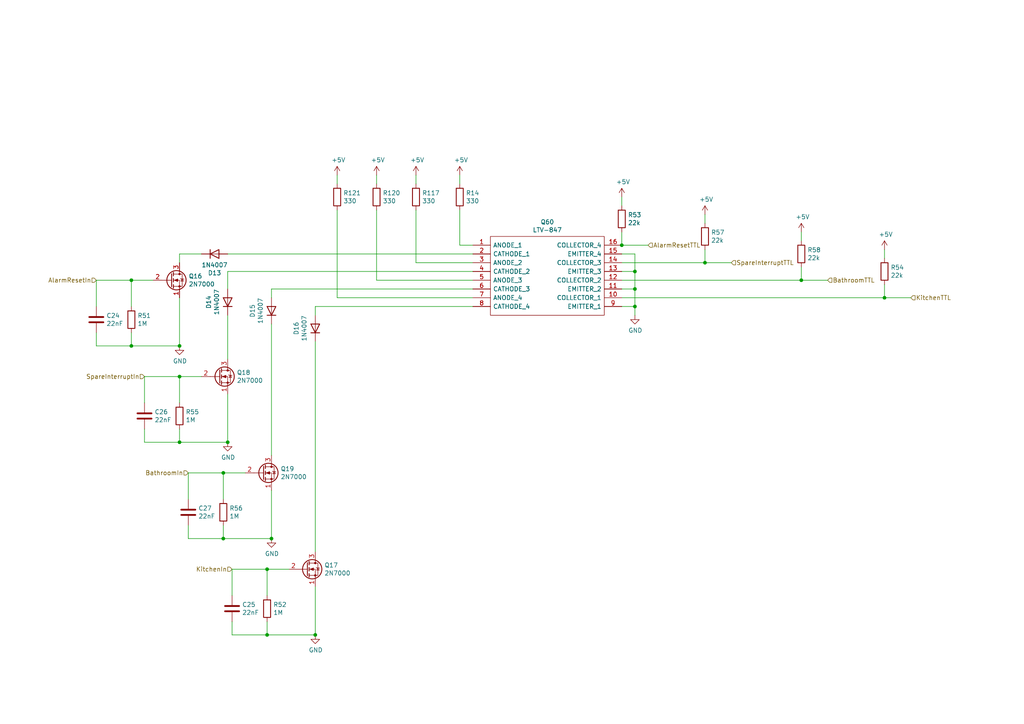
<source format=kicad_sch>
(kicad_sch (version 20231120) (generator "eeschema") (generator_version "8.0")
  (paper "A4")
  (lib_symbols
    (symbol "Device:C" (pin_numbers hide) (pin_names (offset 0.254))
      (property "Reference" "C" (at 0.635 2.54 0))
      (property "Value" "C" (at 0.635 -2.54 0))
      (symbol "C_0_1"
        (polyline (pts (xy -2.032 -0.762) (xy 2.032 -0.762)) (stroke (width 0.508)))
        (polyline (pts (xy -2.032 0.762) (xy 2.032 0.762)) (stroke (width 0.508)))
      )
      (symbol "C_1_1"
        (pin passive line (at 0 3.81 270) (length 2.794) (name "~") (number "1"))
        (pin passive line (at 0 -3.81 90) (length 2.794) (name "~") (number "2"))
      )
    )
    (symbol "Device:R" (pin_numbers hide) (pin_names (offset 0))
      (property "Reference" "R" (at 2.032 0 90))
      (property "Value" "R" (at 0 0 90))
      (symbol "R_0_1"
        (rectangle (start -1.016 -2.54) (end 1.016 2.54) (stroke (width 0.254)))
      )
      (symbol "R_1_1"
        (pin passive line (at 0 3.81 270) (length 1.27) (name "~") (number "1"))
        (pin passive line (at 0 -3.81 90) (length 1.27) (name "~") (number "2"))
      )
    )
    (symbol "Diode:1N4007" (pin_numbers hide) (pin_names (offset 1.016) hide)
      (property "Reference" "D" (at 0 2.54 0))
      (property "Value" "1N4007" (at 0 -2.54 0))
      (symbol "1N4007_0_1"
        (polyline (pts (xy -1.27 1.27) (xy -1.27 -1.27)) (stroke (width 0.254)))
        (polyline (pts (xy 1.27 0) (xy -1.27 0)))
        (polyline (pts (xy 1.27 1.27) (xy 1.27 -1.27) (xy -1.27 0) (xy 1.27 1.27)) (stroke (width 0.254)))
      )
      (symbol "1N4007_1_1"
        (pin passive line (at -3.81 0 0) (length 2.54) (name "K") (number "1"))
        (pin passive line (at 3.81 0 180) (length 2.54) (name "A") (number "2"))
      )
    )
    (symbol "SamacSys_Parts:LTV-847" (pin_names (offset 0.762))
      (property "Reference" "Q" (at 39.37 7.62 0))
      (property "Value" "SamacSys_Parts_LTV-847" (at 39.37 5.08 0))
      (symbol "LTV-847_0_0"
        (pin passive line (at 0 0 0) (length 5.08) (name "ANODE_1") (number "1"))
        (pin passive line (at 43.18 -15.24 180) (length 5.08) (name "COLLECTOR_1") (number "10"))
        (pin passive line (at 43.18 -12.7 180) (length 5.08) (name "EMITTER_2") (number "11"))
        (pin passive line (at 43.18 -10.16 180) (length 5.08) (name "COLLECTOR_2") (number "12"))
        (pin passive line (at 43.18 -7.62 180) (length 5.08) (name "EMITTER_3") (number "13"))
        (pin passive line (at 43.18 -5.08 180) (length 5.08) (name "COLLECTOR_3") (number "14"))
        (pin passive line (at 43.18 -2.54 180) (length 5.08) (name "EMITTER_4") (number "15"))
        (pin passive line (at 43.18 0 180) (length 5.08) (name "COLLECTOR_4") (number "16"))
        (pin passive line (at 0 -2.54 0) (length 5.08) (name "CATHODE_1") (number "2"))
        (pin passive line (at 0 -5.08 0) (length 5.08) (name "ANODE_2") (number "3"))
        (pin passive line (at 0 -7.62 0) (length 5.08) (name "CATHODE_2") (number "4"))
        (pin passive line (at 0 -10.16 0) (length 5.08) (name "ANODE_3") (number "5"))
        (pin passive line (at 0 -12.7 0) (length 5.08) (name "CATHODE_3") (number "6"))
        (pin passive line (at 0 -15.24 0) (length 5.08) (name "ANODE_4") (number "7"))
        (pin passive line (at 0 -17.78 0) (length 5.08) (name "CATHODE_4") (number "8"))
        (pin passive line (at 43.18 -17.78 180) (length 5.08) (name "EMITTER_1") (number "9"))
      )
      (symbol "LTV-847_0_1"
        (polyline (pts (xy 5.08 2.54) (xy 38.1 2.54) (xy 38.1 -20.32) (xy 5.08 -20.32) (xy 5.08 2.54)) (stroke (width 0.1524)))
      )
    )
    (symbol "Transistor_FET:2N7000" (pin_names hide)
      (property "Reference" "Q" (at 5.08 1.905 0))
      (property "Value" "2N7000" (at 5.08 0 0))
      (symbol "2N7000_0_1"
        (polyline (pts (xy 0.254 0) (xy -2.54 0)))
        (polyline (pts (xy 0.254 1.905) (xy 0.254 -1.905)) (stroke (width 0.254)))
        (polyline (pts (xy 0.762 -1.27) (xy 0.762 -2.286)) (stroke (width 0.254)))
        (polyline (pts (xy 0.762 0.508) (xy 0.762 -0.508)) (stroke (width 0.254)))
        (polyline (pts (xy 0.762 2.286) (xy 0.762 1.27)) (stroke (width 0.254)))
        (polyline (pts (xy 2.54 2.54) (xy 2.54 1.778)))
        (polyline (pts (xy 2.54 -2.54) (xy 2.54 0) (xy 0.762 0)))
        (polyline (pts (xy 0.762 -1.778) (xy 3.302 -1.778) (xy 3.302 1.778) (xy 0.762 1.778)))
        (polyline (pts (xy 1.016 0) (xy 2.032 0.381) (xy 2.032 -0.381) (xy 1.016 0)) (fill (type outline)))
        (polyline (pts (xy 2.794 0.508) (xy 2.921 0.381) (xy 3.683 0.381) (xy 3.81 0.254)))
        (polyline (pts (xy 3.302 0.381) (xy 2.921 -0.254) (xy 3.683 -0.254) (xy 3.302 0.381)))
        (circle (center 1.651 0) (radius 2.794) (stroke (width 0.254)))
        (circle (center 2.54 -1.778) (radius 0.254) (fill (type outline)))
        (circle (center 2.54 1.778) (radius 0.254) (fill (type outline)))
      )
      (symbol "2N7000_1_1"
        (pin passive line (at 2.54 -5.08 90) (length 2.54) (name "S") (number "1"))
        (pin input line (at -5.08 0 0) (length 2.54) (name "G") (number "2"))
        (pin passive line (at 2.54 5.08 270) (length 2.54) (name "D") (number "3"))
      )
    )
    (symbol "power:+5V" (power) (pin_names (offset 0))
      (property "Value" "+5V" (at 0 3.556 0))
      (symbol "+5V_0_1"
        (polyline (pts (xy -0.762 1.27) (xy 0 2.54)))
        (polyline (pts (xy 0 0) (xy 0 2.54)))
        (polyline (pts (xy 0 2.54) (xy 0.762 1.27)))
      )
      (symbol "+5V_1_1"
        (pin power_in line (at 0 0 90) (length 0) hide (name "+5V") (number "1"))
      )
    )
    (symbol "power:GND" (power) (pin_names (offset 0))
      (property "Value" "GND" (at 0 -3.81 0))
      (symbol "GND_0_1"
        (polyline (pts (xy 0 0) (xy 0 -1.27) (xy 1.27 -1.27) (xy 0 -2.54) (xy -1.27 -1.27) (xy 0 -1.27)))
      )
      (symbol "GND_1_1"
        (pin power_in line (at 0 0 270) (length 0) hide (name "GND") (number "1"))
      )
    )
  )
  (junction (at 184.15 83.82))
  (junction (at 38.1 81.28))
  (junction (at 77.47 165.1))
  (junction (at 184.15 78.74))
  (junction (at 38.1 100.33))
  (junction (at 52.07 109.22))
  (junction (at 64.77 156.21))
  (junction (at 64.77 137.16))
  (junction (at 52.07 128.27))
  (junction (at 256.54 86.36))
  (junction (at 184.15 88.9))
  (junction (at 78.74 156.21))
  (junction (at 91.44 184.15))
  (junction (at 232.41 81.28))
  (junction (at 52.07 100.33))
  (junction (at 77.47 184.15))
  (junction (at 204.47 76.2))
  (junction (at 180.34 71.12))
  (junction (at 66.04 128.27))
  (wire (pts (xy 38.1 96.52) (xy 38.1 100.33)))
  (wire (pts (xy 180.34 73.66) (xy 184.15 73.66)))
  (wire (pts (xy 52.07 109.22) (xy 58.42 109.22)))
  (wire (pts (xy 78.74 83.82) (xy 137.16 83.82)))
  (wire (pts (xy 27.94 96.52) (xy 27.94 100.33)))
  (wire (pts (xy 58.42 73.66) (xy 52.07 73.66)))
  (wire (pts (xy 180.34 71.12) (xy 180.34 67.31)))
  (wire (pts (xy 133.35 71.12) (xy 133.35 60.96)))
  (wire (pts (xy 232.41 81.28) (xy 232.41 77.47)))
  (wire (pts (xy 27.94 88.9) (xy 27.94 81.28)))
  (wire (pts (xy 38.1 88.9) (xy 38.1 81.28)))
  (wire (pts (xy 41.91 128.27) (xy 52.07 128.27)))
  (wire (pts (xy 66.04 73.66) (xy 137.16 73.66)))
  (wire (pts (xy 256.54 86.36) (xy 264.16 86.36)))
  (wire (pts (xy 41.91 116.84) (xy 41.91 109.22)))
  (wire (pts (xy 67.31 184.15) (xy 67.31 180.34)))
  (wire (pts (xy 184.15 91.44) (xy 184.15 88.9)))
  (wire (pts (xy 232.41 81.28) (xy 240.03 81.28)))
  (wire (pts (xy 78.74 142.24) (xy 78.74 156.21)))
  (wire (pts (xy 184.15 83.82) (xy 184.15 88.9)))
  (wire (pts (xy 137.16 88.9) (xy 91.44 88.9)))
  (wire (pts (xy 232.41 67.31) (xy 232.41 69.85)))
  (wire (pts (xy 54.61 144.78) (xy 54.61 137.16)))
  (wire (pts (xy 64.77 152.4) (xy 64.77 156.21)))
  (wire (pts (xy 184.15 88.9) (xy 180.34 88.9)))
  (wire (pts (xy 64.77 144.78) (xy 64.77 137.16)))
  (wire (pts (xy 38.1 81.28) (xy 44.45 81.28)))
  (wire (pts (xy 67.31 184.15) (xy 77.47 184.15)))
  (wire (pts (xy 64.77 156.21) (xy 78.74 156.21)))
  (wire (pts (xy 109.22 50.8) (xy 109.22 53.34)))
  (wire (pts (xy 52.07 124.46) (xy 52.07 128.27)))
  (wire (pts (xy 109.22 81.28) (xy 137.16 81.28)))
  (wire (pts (xy 97.79 50.8) (xy 97.79 53.34)))
  (wire (pts (xy 52.07 86.36) (xy 52.07 100.33)))
  (wire (pts (xy 77.47 172.72) (xy 77.47 165.1)))
  (wire (pts (xy 133.35 71.12) (xy 137.16 71.12)))
  (wire (pts (xy 41.91 109.22) (xy 52.07 109.22)))
  (wire (pts (xy 204.47 62.23) (xy 204.47 64.77)))
  (wire (pts (xy 67.31 172.72) (xy 67.31 165.1)))
  (wire (pts (xy 184.15 78.74) (xy 184.15 83.82)))
  (wire (pts (xy 38.1 100.33) (xy 52.07 100.33)))
  (wire (pts (xy 77.47 184.15) (xy 91.44 184.15)))
  (wire (pts (xy 66.04 114.3) (xy 66.04 128.27)))
  (wire (pts (xy 180.34 71.12) (xy 187.96 71.12)))
  (wire (pts (xy 109.22 81.28) (xy 109.22 60.96)))
  (wire (pts (xy 120.65 76.2) (xy 120.65 60.96)))
  (wire (pts (xy 27.94 100.33) (xy 38.1 100.33)))
  (wire (pts (xy 52.07 116.84) (xy 52.07 109.22)))
  (wire (pts (xy 54.61 156.21) (xy 54.61 152.4)))
  (wire (pts (xy 204.47 76.2) (xy 204.47 72.39)))
  (wire (pts (xy 256.54 72.39) (xy 256.54 74.93)))
  (wire (pts (xy 120.65 50.8) (xy 120.65 53.34)))
  (wire (pts (xy 180.34 57.15) (xy 180.34 59.69)))
  (wire (pts (xy 137.16 78.74) (xy 66.04 78.74)))
  (wire (pts (xy 91.44 170.18) (xy 91.44 184.15)))
  (wire (pts (xy 180.34 76.2) (xy 204.47 76.2)))
  (wire (pts (xy 78.74 132.08) (xy 78.74 93.98)))
  (wire (pts (xy 91.44 160.02) (xy 91.44 99.06)))
  (wire (pts (xy 67.31 165.1) (xy 77.47 165.1)))
  (wire (pts (xy 91.44 91.44) (xy 91.44 88.9)))
  (wire (pts (xy 77.47 180.34) (xy 77.47 184.15)))
  (wire (pts (xy 180.34 83.82) (xy 184.15 83.82)))
  (wire (pts (xy 54.61 137.16) (xy 64.77 137.16)))
  (wire (pts (xy 54.61 156.21) (xy 64.77 156.21)))
  (wire (pts (xy 78.74 86.36) (xy 78.74 83.82)))
  (wire (pts (xy 66.04 78.74) (xy 66.04 83.82)))
  (wire (pts (xy 180.34 81.28) (xy 232.41 81.28)))
  (wire (pts (xy 97.79 86.36) (xy 137.16 86.36)))
  (wire (pts (xy 27.94 81.28) (xy 38.1 81.28)))
  (wire (pts (xy 133.35 50.8) (xy 133.35 53.34)))
  (wire (pts (xy 120.65 76.2) (xy 137.16 76.2)))
  (wire (pts (xy 52.07 128.27) (xy 66.04 128.27)))
  (wire (pts (xy 256.54 86.36) (xy 180.34 86.36)))
  (wire (pts (xy 204.47 76.2) (xy 212.09 76.2)))
  (wire (pts (xy 256.54 86.36) (xy 256.54 82.55)))
  (wire (pts (xy 41.91 128.27) (xy 41.91 124.46)))
  (wire (pts (xy 77.47 165.1) (xy 83.82 165.1)))
  (wire (pts (xy 64.77 137.16) (xy 71.12 137.16)))
  (wire (pts (xy 180.34 78.74) (xy 184.15 78.74)))
  (wire (pts (xy 97.79 86.36) (xy 97.79 60.96)))
  (wire (pts (xy 66.04 104.14) (xy 66.04 91.44)))
  (wire (pts (xy 52.07 76.2) (xy 52.07 73.66)))
  (wire (pts (xy 184.15 73.66) (xy 184.15 78.74)))
  (hierarchical_label "BathroomIn" (shape input) (at 54.61 137.16 180))
  (hierarchical_label "SpareInterruptIn" (shape input) (at 41.91 109.22 180))
  (hierarchical_label "KitchenTTL" (shape input) (at 264.16 86.36 0))
  (hierarchical_label "AlarmResetTTL" (shape input) (at 187.96 71.12 0))
  (hierarchical_label "KitchenIn" (shape input) (at 67.31 165.1 180))
  (hierarchical_label "SpareInterruptTTL" (shape input) (at 212.09 76.2 0))
  (hierarchical_label "AlarmResetIn" (shape input) (at 27.94 81.28 180))
  (hierarchical_label "BathroomTTL" (shape input) (at 240.03 81.28 0))
  (symbol (lib_id "Device:R") (at 52.07 120.65 0) (unit 1)
    (property "Reference" "R55" (at 53.848 119.4816 0) (effects (justify left)))
    (property "Value" "1M" (at 53.848 121.793 0) (effects (justify left)))
    (property "Footprint" "Resistor_THT:R_Axial_DIN0207_L6.3mm_D2.5mm_P2.54mm_Vertical" (effects (hide yes)))
  )
  (symbol (lib_id "power:GND") (at 66.04 128.27 0) (unit 1)
    (property "Reference" "#PWR0102" (effects (hide yes)))
    (property "Value" "GND" (at 66.167 132.6642 0))
  )
  (symbol (lib_id "Device:R") (at 204.47 68.58 0) (unit 1)
    (property "Reference" "R57" (at 206.248 67.4116 0) (effects (justify left)))
    (property "Value" "22k" (at 206.248 69.723 0) (effects (justify left)))
    (property "Footprint" "Resistor_THT:R_Axial_DIN0207_L6.3mm_D2.5mm_P2.54mm_Vertical" (effects (hide yes)))
  )
  (symbol (lib_id "Transistor_FET:2N7000") (at 63.5 109.22 0) (unit 1)
    (property "Reference" "Q18" (at 68.6816 108.0516 0) (effects (justify left)))
    (property "Value" "2N7000" (at 68.6816 110.363 0) (effects (justify left)))
    (property "Footprint" "Package_TO_SOT_THT:TO-92_Inline" (effects (hide yes)))
    (property "Datasheet" "https://www.onsemi.com/pub/Collateral/NDS7002A-D.PDF" (effects (hide yes)))
  )
  (symbol (lib_id "Device:C") (at 41.91 120.65 0) (unit 1)
    (property "Reference" "C26" (at 44.831 119.4816 0) (effects (justify left)))
    (property "Value" "22nF" (at 44.831 121.793 0) (effects (justify left)))
    (property "Footprint" "Capacitor_THT:C_Disc_D4.7mm_W2.5mm_P5.00mm" (effects (hide yes)))
  )
  (symbol (lib_id "power:+5V") (at 204.47 62.23 0) (unit 1)
    (property "Reference" "#PWR0121" (effects (hide yes)))
    (property "Value" "+5V" (at 204.851 57.8358 0))
  )
  (symbol (lib_id "power:+5V") (at 232.41 67.31 0) (unit 1)
    (property "Reference" "#PWR0123" (effects (hide yes)))
    (property "Value" "+5V" (at 232.791 62.9158 0))
  )
  (symbol (lib_id "power:+5V") (at 256.54 72.39 0) (unit 1)
    (property "Reference" "#PWR0117" (effects (hide yes)))
    (property "Value" "+5V" (at 256.921 67.9958 0))
  )
  (symbol (lib_id "power:+5V") (at 180.34 57.15 0) (unit 1)
    (property "Reference" "#PWR0115" (effects (hide yes)))
    (property "Value" "+5V" (at 180.721 52.7558 0))
  )
  (symbol (lib_id "Device:R") (at 97.79 57.15 0) (unit 1)
    (property "Reference" "R121" (at 99.568 55.9816 0) (effects (justify left)))
    (property "Value" "330" (at 99.568 58.293 0) (effects (justify left)))
    (property "Footprint" "Resistor_THT:R_Axial_DIN0207_L6.3mm_D2.5mm_P2.54mm_Vertical" (effects (hide yes)))
  )
  (symbol (lib_id "power:+5V") (at 97.79 50.8 0) (unit 1)
    (property "Reference" "#PWR0153" (effects (hide yes)))
    (property "Value" "+5V" (at 98.171 46.4058 0))
  )
  (symbol (lib_id "Device:R") (at 133.35 57.15 0) (unit 1)
    (property "Reference" "R14" (at 135.128 55.9816 0) (effects (justify left)))
    (property "Value" "330" (at 135.128 58.293 0) (effects (justify left)))
    (property "Footprint" "Resistor_THT:R_Axial_DIN0207_L6.3mm_D2.5mm_P2.54mm_Vertical" (effects (hide yes)))
  )
  (symbol (lib_id "power:+5V") (at 133.35 50.8 0) (unit 1)
    (property "Reference" "#PWR0111" (effects (hide yes)))
    (property "Value" "+5V" (at 133.731 46.4058 0))
  )
  (symbol (lib_id "Device:R") (at 120.65 57.15 0) (unit 1)
    (property "Reference" "R117" (at 122.428 55.9816 0) (effects (justify left)))
    (property "Value" "330" (at 122.428 58.293 0) (effects (justify left)))
    (property "Footprint" "Resistor_THT:R_Axial_DIN0207_L6.3mm_D2.5mm_P2.54mm_Vertical" (effects (hide yes)))
  )
  (symbol (lib_id "power:+5V") (at 120.65 50.8 0) (unit 1)
    (property "Reference" "#PWR0113" (effects (hide yes)))
    (property "Value" "+5V" (at 121.031 46.4058 0))
  )
  (symbol (lib_id "Device:R") (at 109.22 57.15 0) (unit 1)
    (property "Reference" "R120" (at 110.998 55.9816 0) (effects (justify left)))
    (property "Value" "330" (at 110.998 58.293 0) (effects (justify left)))
    (property "Footprint" "Resistor_THT:R_Axial_DIN0207_L6.3mm_D2.5mm_P2.54mm_Vertical" (effects (hide yes)))
  )
  (symbol (lib_id "power:+5V") (at 109.22 50.8 0) (unit 1)
    (property "Reference" "#PWR0119" (effects (hide yes)))
    (property "Value" "+5V" (at 109.601 46.4058 0))
  )
  (symbol (lib_id "SamacSys_Parts:LTV-847") (at 137.16 71.12 0) (unit 1)
    (property "Reference" "Q60" (at 158.75 64.389 0))
    (property "Value" "LTV-847" (at 158.75 66.7004 0))
    (property "Footprint" "DIP762W60P254L1984H450Q16N" (effects (hide yes)))
    (property "Datasheet" "https://datasheet.datasheetarchive.com/originals/distributors/Datasheets-305/79782.pdf" (effects (hide yes)))
    (property "Description" "PTH 16PDIP DC Input Transistor" (effects (hide yes)))
    (property "Height" "4.5" (effects (hide yes)))
    (property "Mouser Part Number" "859-LTV-847" (effects (hide yes)))
    (property "Mouser Price/Stock" "https://www.mouser.co.uk/ProductDetail/Lite-On/LTV-847?qs=HMpxB34gN8NSIrLkafiZAg%3D%3D" (effects (hide yes)))
    (property "Manufacturer_Name" "Lite-On" (effects (hide yes)))
    (property "Manufacturer_Part_Number" "LTV-847" (effects (hide yes)))
  )
  (symbol (lib_id "Diode:1N4007") (at 66.04 87.63 90) (unit 1)
    (property "Reference" "D14" (at 60.5282 87.63 0))
    (property "Value" "1N4007" (at 62.8396 87.63 0))
    (property "Footprint" "Diode_THT:D_DO-41_SOD81_P10.16mm_Horizontal" (effects (hide yes)))
    (property "Datasheet" "http://www.vishay.com/docs/88503/1n4001.pdf" (effects (hide yes)))
  )
  (symbol (lib_id "Diode:1N4007") (at 78.74 90.17 90) (unit 1)
    (property "Reference" "D15" (at 73.2282 90.17 0))
    (property "Value" "1N4007" (at 75.5396 90.17 0))
    (property "Footprint" "Diode_THT:D_DO-41_SOD81_P10.16mm_Horizontal" (effects (hide yes)))
    (property "Datasheet" "http://www.vishay.com/docs/88503/1n4001.pdf" (effects (hide yes)))
  )
  (symbol (lib_id "Diode:1N4007") (at 91.44 95.25 90) (unit 1)
    (property "Reference" "D16" (at 85.9282 95.25 0))
    (property "Value" "1N4007" (at 88.2396 95.25 0))
    (property "Footprint" "Diode_THT:D_DO-41_SOD81_P10.16mm_Horizontal" (effects (hide yes)))
    (property "Datasheet" "http://www.vishay.com/docs/88503/1n4001.pdf" (effects (hide yes)))
  )
  (symbol (lib_id "Diode:1N4007") (at 62.23 73.66 0) (mirror x) (unit 1)
    (property "Reference" "D13" (at 62.23 79.1718 0))
    (property "Value" "1N4007" (at 62.23 76.8604 0))
    (property "Footprint" "Diode_THT:D_DO-41_SOD81_P10.16mm_Horizontal" (effects (hide yes)))
    (property "Datasheet" "http://www.vishay.com/docs/88503/1n4001.pdf" (effects (hide yes)))
  )
  (symbol (lib_id "power:GND") (at 184.15 91.44 0) (unit 1)
    (property "Reference" "#PWR0164" (effects (hide yes)))
    (property "Value" "GND" (at 184.277 95.8342 0))
  )
  (symbol (lib_id "Device:R") (at 38.1 92.71 0) (unit 1)
    (property "Reference" "R51" (at 39.878 91.5416 0) (effects (justify left)))
    (property "Value" "1M" (at 39.878 93.853 0) (effects (justify left)))
    (property "Footprint" "Resistor_THT:R_Axial_DIN0207_L6.3mm_D2.5mm_P2.54mm_Vertical" (effects (hide yes)))
  )
  (symbol (lib_id "power:GND") (at 52.07 100.33 0) (unit 1)
    (property "Reference" "#PWR098" (effects (hide yes)))
    (property "Value" "GND" (at 52.197 104.7242 0))
  )
  (symbol (lib_id "Device:R") (at 180.34 63.5 0) (unit 1)
    (property "Reference" "R53" (at 182.118 62.3316 0) (effects (justify left)))
    (property "Value" "22k" (at 182.118 64.643 0) (effects (justify left)))
    (property "Footprint" "Resistor_THT:R_Axial_DIN0207_L6.3mm_D2.5mm_P2.54mm_Vertical" (effects (hide yes)))
  )
  (symbol (lib_id "Transistor_FET:2N7000") (at 49.53 81.28 0) (unit 1)
    (property "Reference" "Q16" (at 54.7116 80.1116 0) (effects (justify left)))
    (property "Value" "2N7000" (at 54.7116 82.423 0) (effects (justify left)))
    (property "Footprint" "Package_TO_SOT_THT:TO-92_Inline" (effects (hide yes)))
    (property "Datasheet" "https://www.onsemi.com/pub/Collateral/NDS7002A-D.PDF" (effects (hide yes)))
  )
  (symbol (lib_id "Device:C") (at 27.94 92.71 0) (unit 1)
    (property "Reference" "C24" (at 30.861 91.5416 0) (effects (justify left)))
    (property "Value" "22nF" (at 30.861 93.853 0) (effects (justify left)))
    (property "Footprint" "Capacitor_THT:C_Disc_D4.7mm_W2.5mm_P5.00mm" (effects (hide yes)))
  )
  (symbol (lib_id "Device:R") (at 64.77 148.59 0) (unit 1)
    (property "Reference" "R56" (at 66.548 147.4216 0) (effects (justify left)))
    (property "Value" "1M" (at 66.548 149.733 0) (effects (justify left)))
    (property "Footprint" "Resistor_THT:R_Axial_DIN0207_L6.3mm_D2.5mm_P2.54mm_Vertical" (effects (hide yes)))
  )
  (symbol (lib_id "power:GND") (at 78.74 156.21 0) (unit 1)
    (property "Reference" "#PWR0104" (effects (hide yes)))
    (property "Value" "GND" (at 78.867 160.6042 0))
  )
  (symbol (lib_id "Device:R") (at 232.41 73.66 0) (unit 1)
    (property "Reference" "R58" (at 234.188 72.4916 0) (effects (justify left)))
    (property "Value" "22k" (at 234.188 74.803 0) (effects (justify left)))
    (property "Footprint" "Resistor_THT:R_Axial_DIN0207_L6.3mm_D2.5mm_P2.54mm_Vertical" (effects (hide yes)))
  )
  (symbol (lib_id "Transistor_FET:2N7000") (at 76.2 137.16 0) (unit 1)
    (property "Reference" "Q19" (at 81.3816 135.9916 0) (effects (justify left)))
    (property "Value" "2N7000" (at 81.3816 138.303 0) (effects (justify left)))
    (property "Footprint" "Package_TO_SOT_THT:TO-92_Inline" (effects (hide yes)))
    (property "Datasheet" "https://www.onsemi.com/pub/Collateral/NDS7002A-D.PDF" (effects (hide yes)))
  )
  (symbol (lib_id "Device:C") (at 54.61 148.59 0) (unit 1)
    (property "Reference" "C27" (at 57.531 147.4216 0) (effects (justify left)))
    (property "Value" "22nF" (at 57.531 149.733 0) (effects (justify left)))
    (property "Footprint" "Capacitor_THT:C_Disc_D4.7mm_W2.5mm_P5.00mm" (effects (hide yes)))
  )
  (symbol (lib_id "Device:R") (at 77.47 176.53 0) (unit 1)
    (property "Reference" "R52" (at 79.248 175.3616 0) (effects (justify left)))
    (property "Value" "1M" (at 79.248 177.673 0) (effects (justify left)))
    (property "Footprint" "Resistor_THT:R_Axial_DIN0207_L6.3mm_D2.5mm_P2.54mm_Vertical" (effects (hide yes)))
  )
  (symbol (lib_id "power:GND") (at 91.44 184.15 0) (unit 1)
    (property "Reference" "#PWR0100" (effects (hide yes)))
    (property "Value" "GND" (at 91.567 188.5442 0))
  )
  (symbol (lib_id "Device:R") (at 256.54 78.74 0) (unit 1)
    (property "Reference" "R54" (at 258.318 77.5716 0) (effects (justify left)))
    (property "Value" "22k" (at 258.318 79.883 0) (effects (justify left)))
    (property "Footprint" "Resistor_THT:R_Axial_DIN0207_L6.3mm_D2.5mm_P2.54mm_Vertical" (effects (hide yes)))
  )
  (symbol (lib_id "Transistor_FET:2N7000") (at 88.9 165.1 0) (unit 1)
    (property "Reference" "Q17" (at 94.0816 163.9316 0) (effects (justify left)))
    (property "Value" "2N7000" (at 94.0816 166.243 0) (effects (justify left)))
    (property "Footprint" "Package_TO_SOT_THT:TO-92_Inline" (effects (hide yes)))
    (property "Datasheet" "https://www.onsemi.com/pub/Collateral/NDS7002A-D.PDF" (effects (hide yes)))
  )
  (symbol (lib_id "Device:C") (at 67.31 176.53 0) (unit 1)
    (property "Reference" "C25" (at 70.231 175.3616 0) (effects (justify left)))
    (property "Value" "22nF" (at 70.231 177.673 0) (effects (justify left)))
    (property "Footprint" "Capacitor_THT:C_Disc_D4.7mm_W2.5mm_P5.00mm" (effects (hide yes)))
  )
)
</source>
